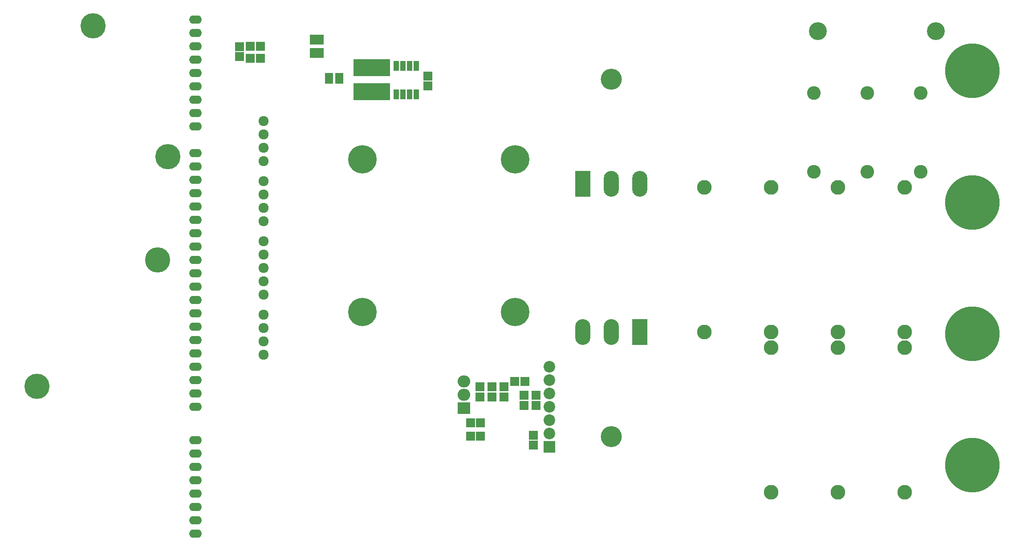
<source format=gbr>
G04 #@! TF.GenerationSoftware,KiCad,Pcbnew,(5.0.0-rc2-dev-586-g888c43477)*
G04 #@! TF.CreationDate,2018-06-03T13:52:13-03:00*
G04 #@! TF.ProjectId,Mcc18,4D636331382E6B696361645F70636200,rev?*
G04 #@! TF.SameCoordinates,Original*
G04 #@! TF.FileFunction,Soldermask,Bot*
G04 #@! TF.FilePolarity,Negative*
%FSLAX46Y46*%
G04 Gerber Fmt 4.6, Leading zero omitted, Abs format (unit mm)*
G04 Created by KiCad (PCBNEW (5.0.0-rc2-dev-586-g888c43477)) date 06/03/18 13:52:13*
%MOMM*%
%LPD*%
G01*
G04 APERTURE LIST*
%ADD10C,1.924000*%
%ADD11C,4.800000*%
%ADD12R,1.400000X1.900000*%
%ADD13R,1.695000X1.800000*%
%ADD14R,1.800000X1.695000*%
%ADD15R,7.040000X3.332000*%
%ADD16R,1.568400X0.742900*%
%ADD17R,1.000000X1.950000*%
%ADD18O,4.000000X4.000000*%
%ADD19R,2.900000X4.900000*%
%ADD20O,2.900000X4.900000*%
%ADD21C,2.200000*%
%ADD22R,2.200000X2.200000*%
%ADD23C,5.400000*%
%ADD24O,2.400000X1.600000*%
%ADD25O,2.400000X2.305000*%
%ADD26R,2.400000X2.305000*%
%ADD27C,2.600000*%
%ADD28C,2.800000*%
%ADD29C,10.400000*%
%ADD30C,3.400000*%
G04 APERTURE END LIST*
D10*
X105410000Y-67056000D03*
X105410000Y-69596000D03*
X105410000Y-72136000D03*
X105410000Y-75946000D03*
X105410000Y-78486000D03*
X105410000Y-81026000D03*
X105410000Y-83566000D03*
X105410000Y-87376000D03*
X105410000Y-89916000D03*
X105410000Y-92456000D03*
X105410000Y-94996000D03*
X105410000Y-97536000D03*
X105410000Y-101346000D03*
X105410000Y-103886000D03*
X105410000Y-106426000D03*
X105410000Y-108966000D03*
X105410000Y-64516000D03*
D11*
X85267800Y-90932000D03*
D12*
X114920000Y-51562000D03*
X116220000Y-51562000D03*
X114920000Y-49022000D03*
X116220000Y-49022000D03*
D13*
X104853500Y-52578000D03*
X102918500Y-52578000D03*
X104853500Y-50292000D03*
X102918500Y-50292000D03*
D14*
X136652000Y-57863500D03*
X136652000Y-55928500D03*
X100838000Y-50340500D03*
X100838000Y-52275500D03*
D15*
X125984000Y-54351000D03*
X125984000Y-58933000D03*
D16*
X117894100Y-55738001D03*
X117894100Y-56388000D03*
X117894100Y-57037999D03*
X119849900Y-57037999D03*
X119849900Y-56388000D03*
X119849900Y-55738001D03*
D17*
X130683000Y-54008040D03*
X131953000Y-54008040D03*
X133223000Y-54008040D03*
X134493000Y-54008040D03*
X134493000Y-59408040D03*
X133223000Y-59408040D03*
X131953000Y-59408040D03*
X130683000Y-59408040D03*
D18*
X171566000Y-124508000D03*
D19*
X177016000Y-104648000D03*
D20*
X171566000Y-104648000D03*
X166116000Y-104648000D03*
X177016000Y-76454000D03*
X171566000Y-76454000D03*
D19*
X166116000Y-76454000D03*
D18*
X171566000Y-56594000D03*
D21*
X159766000Y-123952000D03*
D22*
X159766000Y-126492000D03*
D21*
X159766000Y-111252000D03*
X159766000Y-121412000D03*
X159766000Y-118872000D03*
X159766000Y-113792000D03*
X159766000Y-116332000D03*
D23*
X124206000Y-100838000D03*
X124206000Y-71755000D03*
X153289000Y-100838000D03*
X153289000Y-71755000D03*
D11*
X62357000Y-114934000D03*
X73025000Y-46355000D03*
X87225274Y-71247000D03*
D24*
X92456000Y-45212000D03*
X92456000Y-47752000D03*
X92456000Y-50292000D03*
X92456000Y-52832000D03*
X92456000Y-55372000D03*
X92456000Y-57912000D03*
X92456000Y-60452000D03*
X92456000Y-62992000D03*
X92456000Y-65532000D03*
X92456000Y-70612000D03*
X92456000Y-73152000D03*
X92456000Y-75692000D03*
X92456000Y-78232000D03*
X92456000Y-80772000D03*
X92456000Y-83312000D03*
X92456000Y-85852000D03*
X92456000Y-88392000D03*
X92456000Y-90932000D03*
X92456000Y-93472000D03*
X92456000Y-96012000D03*
X92456000Y-98552000D03*
X92456000Y-101092000D03*
X92456000Y-103632000D03*
X92456000Y-106172000D03*
X92456000Y-108712000D03*
X92456000Y-111252000D03*
X92456000Y-113792000D03*
X92456000Y-116332000D03*
X92456000Y-118872000D03*
X92456000Y-125222000D03*
X92456000Y-127762000D03*
X92456000Y-130302000D03*
X92456000Y-132842000D03*
X92456000Y-135382000D03*
X92456000Y-137922000D03*
X92456000Y-140462000D03*
X92456000Y-143002000D03*
D14*
X146558000Y-115062000D03*
X146558000Y-116997000D03*
D25*
X143510000Y-114046000D03*
X143510000Y-116586000D03*
D26*
X143510000Y-119126000D03*
D27*
X220218000Y-74182000D03*
X220218000Y-59182000D03*
X230378000Y-74182000D03*
X230378000Y-59182000D03*
X210058000Y-74182000D03*
X210058000Y-59182000D03*
D13*
X155145500Y-114046000D03*
X153210500Y-114046000D03*
D14*
X148844000Y-116997000D03*
X148844000Y-115062000D03*
D13*
X144780000Y-124460000D03*
X146715000Y-124460000D03*
D14*
X154940000Y-118618000D03*
X154940000Y-116683000D03*
X151130000Y-115062000D03*
X151130000Y-116997000D03*
X157226000Y-118618000D03*
X157226000Y-116683000D03*
D13*
X146715000Y-121920000D03*
X144780000Y-121920000D03*
D28*
X214630000Y-107628000D03*
X214630000Y-135128000D03*
X227330000Y-104648000D03*
X227330000Y-77148000D03*
X214630000Y-77148000D03*
X214630000Y-104648000D03*
X201930000Y-104648000D03*
X201930000Y-77148000D03*
X227330000Y-107628000D03*
X227330000Y-135128000D03*
X189230000Y-104648000D03*
X189230000Y-77148000D03*
X201930000Y-107628000D03*
X201930000Y-135128000D03*
D29*
X240202000Y-129972000D03*
X240202000Y-104972000D03*
X240202000Y-79972000D03*
X240202000Y-54972000D03*
D30*
X233273600Y-47371000D03*
X210820000Y-47371000D03*
D14*
X156718000Y-126189500D03*
X156718000Y-124254500D03*
M02*

</source>
